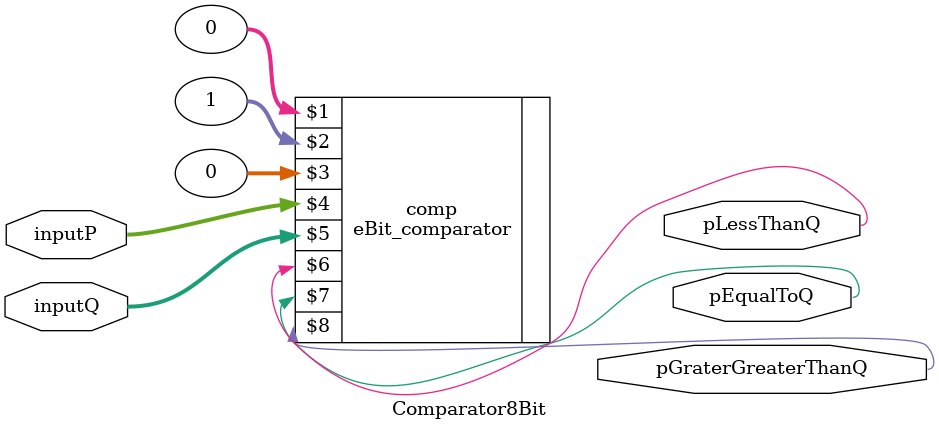
<source format=v>

/*
**********************************************************
** Logic Design Final Project Fall, 2019 Semester
** Amirkabir University of Technology (Tehran Polytechnic)
** Department of Computer Engineering (CEIT-AUT)
** Logic Circuit Design Laboratory
** https://ceit.aut.ac.ir
**********************************************************
** Student ID: XXXXXXX
** Student ID: XXXXXXX
**********************************************************
** Module Name: Comparator8Bit
**********************************************************
** Additional Comments:
*/

module Comparator8Bit(
        inputP,
        inputQ,
        pLessThanQ,
        pEqualToQ,
        pGraterGreaterThanQ
        );
input [7:0] inputP;
input [7:0] inputQ;
output pLessThanQ;
output pEqualToQ;
output pGraterGreaterThanQ;
wire [5:0]w;

eBit_comparator comp(0,1,0,inputP,inputQ,pLessThanQ,pEqualToQ, pGraterGreaterThanQ);

endmodule

</source>
